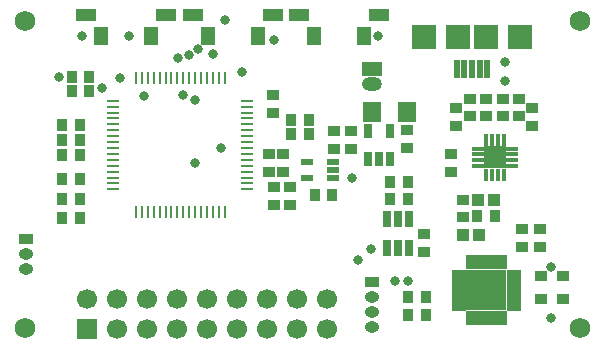
<source format=gts>
G04 Layer_Color=8388736*
%FSLAX42Y42*%
%MOMM*%
G71*
G01*
G75*
%ADD10R,1.00X0.25*%
%ADD11R,0.25X1.00*%
%ADD54R,1.10X0.90*%
%ADD55R,1.00X1.10*%
%ADD56R,1.70X1.10*%
%ADD57R,1.20X1.50*%
%ADD58R,1.88X1.88*%
%ADD59R,1.02X0.46*%
%ADD60R,0.46X1.02*%
%ADD61R,0.90X1.10*%
%ADD62R,0.60X1.55*%
%ADD63R,2.00X2.10*%
%ADD64R,2.10X2.10*%
%ADD65R,1.10X0.60*%
%ADD66R,0.76X1.47*%
%ADD67R,3.45X3.45*%
%ADD68R,0.47X1.21*%
%ADD69R,1.21X0.47*%
%ADD70R,0.80X1.30*%
%ADD71R,1.50X1.70*%
%ADD72O,1.20X0.95*%
%ADD73R,1.20X0.95*%
%ADD74C,1.73*%
%ADD75C,1.70*%
%ADD76R,1.70X1.70*%
%ADD77O,1.70X1.20*%
%ADD78R,1.70X1.20*%
%ADD79C,0.80*%
D10*
X9547Y7225D02*
D03*
Y7275D02*
D03*
Y7325D02*
D03*
Y7375D02*
D03*
Y7425D02*
D03*
Y7475D02*
D03*
Y7525D02*
D03*
Y7575D02*
D03*
Y7625D02*
D03*
Y7675D02*
D03*
Y7725D02*
D03*
Y7775D02*
D03*
Y7825D02*
D03*
Y7875D02*
D03*
Y7925D02*
D03*
Y7975D02*
D03*
X8407D02*
D03*
Y7925D02*
D03*
Y7875D02*
D03*
Y7825D02*
D03*
Y7775D02*
D03*
Y7725D02*
D03*
Y7675D02*
D03*
Y7625D02*
D03*
Y7575D02*
D03*
Y7525D02*
D03*
Y7475D02*
D03*
Y7425D02*
D03*
Y7375D02*
D03*
Y7325D02*
D03*
Y7275D02*
D03*
Y7225D02*
D03*
D11*
X9303Y7030D02*
D03*
X9103D02*
D03*
X9003D02*
D03*
X8903D02*
D03*
X8803D02*
D03*
X8703D02*
D03*
X8603D02*
D03*
X8653D02*
D03*
X8753D02*
D03*
X8853D02*
D03*
X8953D02*
D03*
X9053D02*
D03*
X9153D02*
D03*
X9203D02*
D03*
X9253D02*
D03*
X9353D02*
D03*
Y8170D02*
D03*
X9303D02*
D03*
X9253D02*
D03*
X9203D02*
D03*
X9153D02*
D03*
X9103D02*
D03*
X9053D02*
D03*
X9003D02*
D03*
X8953D02*
D03*
X8903D02*
D03*
X8853D02*
D03*
X8803D02*
D03*
X8753D02*
D03*
X8703D02*
D03*
X8653D02*
D03*
X8603D02*
D03*
D54*
X11710Y7993D02*
D03*
Y7843D02*
D03*
X11843D02*
D03*
Y7993D02*
D03*
X11270Y7370D02*
D03*
Y7520D02*
D03*
X11368Y7138D02*
D03*
Y6988D02*
D03*
X11957Y7765D02*
D03*
Y7915D02*
D03*
X11310Y7762D02*
D03*
Y7912D02*
D03*
X11432Y7843D02*
D03*
Y7993D02*
D03*
X11568Y7843D02*
D03*
Y7993D02*
D03*
X12220Y6295D02*
D03*
X12220Y6490D02*
D03*
X12030Y6295D02*
D03*
X12030Y6490D02*
D03*
X9770Y7245D02*
D03*
Y7095D02*
D03*
X9910Y7245D02*
D03*
X9910Y7095D02*
D03*
X9730Y7375D02*
D03*
Y7525D02*
D03*
X9850Y7375D02*
D03*
Y7525D02*
D03*
X11040Y6845D02*
D03*
Y6695D02*
D03*
X11870Y6885D02*
D03*
X11870Y6735D02*
D03*
X12020Y6885D02*
D03*
Y6735D02*
D03*
X9760Y7875D02*
D03*
Y8025D02*
D03*
X10280Y7715D02*
D03*
Y7565D02*
D03*
X10420Y7715D02*
D03*
Y7565D02*
D03*
X10900Y7725D02*
D03*
Y7575D02*
D03*
D55*
X11638Y7135D02*
D03*
X11497Y7135D02*
D03*
X11368Y6835D02*
D03*
X11507D02*
D03*
D56*
X8180Y8705D02*
D03*
X8855D02*
D03*
X9085D02*
D03*
X9760D02*
D03*
X9985D02*
D03*
X10660D02*
D03*
D57*
X8305Y8520D02*
D03*
X8730Y8520D02*
D03*
X9210Y8520D02*
D03*
X9635Y8520D02*
D03*
X10110Y8520D02*
D03*
X10535Y8520D02*
D03*
D58*
X11643Y7495D02*
D03*
D59*
X11788Y7570D02*
D03*
Y7520D02*
D03*
X11788Y7470D02*
D03*
X11788Y7420D02*
D03*
X11497Y7420D02*
D03*
Y7470D02*
D03*
Y7520D02*
D03*
X11497Y7570D02*
D03*
D60*
X11568Y7640D02*
D03*
X11618Y7640D02*
D03*
X11668Y7640D02*
D03*
X11718D02*
D03*
Y7350D02*
D03*
X11668Y7350D02*
D03*
X11618D02*
D03*
X11568Y7350D02*
D03*
D61*
X8128Y7645D02*
D03*
X7978D02*
D03*
X8128Y7518D02*
D03*
X7978D02*
D03*
X8128Y6978D02*
D03*
X7978Y6978D02*
D03*
X8128Y7773D02*
D03*
X7978D02*
D03*
X8058Y8057D02*
D03*
X8207D02*
D03*
X8057Y8172D02*
D03*
X8207Y8172D02*
D03*
X11643Y6995D02*
D03*
X11493D02*
D03*
X7978Y7145D02*
D03*
X8128Y7145D02*
D03*
X8128Y7315D02*
D03*
X7978D02*
D03*
X10905Y7140D02*
D03*
X10755Y7140D02*
D03*
X10905Y7290D02*
D03*
X10755D02*
D03*
X10905Y6160D02*
D03*
X11055Y6160D02*
D03*
X10905Y6310D02*
D03*
X11055Y6310D02*
D03*
X10265Y7180D02*
D03*
X10115D02*
D03*
X9915Y7690D02*
D03*
X10065D02*
D03*
X9915Y7810D02*
D03*
X10065D02*
D03*
D62*
X11579Y8246D02*
D03*
X11514D02*
D03*
X11449D02*
D03*
X11384D02*
D03*
X11319D02*
D03*
D63*
X11854Y8514D02*
D03*
X11044D02*
D03*
D64*
X11569D02*
D03*
X11329D02*
D03*
D65*
X10050Y7325D02*
D03*
Y7455D02*
D03*
X10270D02*
D03*
Y7390D02*
D03*
Y7325D02*
D03*
D66*
X10914Y6728D02*
D03*
X10820D02*
D03*
X10726D02*
D03*
Y6972D02*
D03*
X10820D02*
D03*
X10914D02*
D03*
D67*
X11570Y6370D02*
D03*
D68*
X11720Y6134D02*
D03*
X11670D02*
D03*
X11620D02*
D03*
X11570D02*
D03*
X11520D02*
D03*
X11470D02*
D03*
X11420D02*
D03*
Y6606D02*
D03*
X11470D02*
D03*
X11520D02*
D03*
X11570D02*
D03*
X11620D02*
D03*
X11670D02*
D03*
X11720D02*
D03*
D69*
X11334Y6220D02*
D03*
Y6270D02*
D03*
Y6320D02*
D03*
Y6370D02*
D03*
Y6420D02*
D03*
Y6470D02*
D03*
Y6520D02*
D03*
X11806D02*
D03*
Y6470D02*
D03*
Y6420D02*
D03*
Y6370D02*
D03*
Y6320D02*
D03*
Y6270D02*
D03*
Y6220D02*
D03*
D70*
X10565Y7720D02*
D03*
X10755D02*
D03*
Y7480D02*
D03*
X10660D02*
D03*
X10565D02*
D03*
D71*
X10600Y7880D02*
D03*
X10900D02*
D03*
D72*
X7670Y6551D02*
D03*
Y6676D02*
D03*
X10600Y6062D02*
D03*
Y6187D02*
D03*
Y6313D02*
D03*
D73*
X7670Y6801D02*
D03*
X10600Y6438D02*
D03*
D74*
X7660Y6050D02*
D03*
Y8650D02*
D03*
X12360D02*
D03*
Y6050D02*
D03*
D75*
X8190Y6299D02*
D03*
X8444Y6045D02*
D03*
Y6299D02*
D03*
X8698Y6045D02*
D03*
Y6299D02*
D03*
X8952Y6045D02*
D03*
Y6299D02*
D03*
X9206Y6045D02*
D03*
Y6299D02*
D03*
X9460Y6045D02*
D03*
Y6299D02*
D03*
X9714Y6045D02*
D03*
Y6299D02*
D03*
X9968Y6045D02*
D03*
X9968Y6299D02*
D03*
X10222Y6045D02*
D03*
Y6299D02*
D03*
D76*
X8190Y6045D02*
D03*
D77*
X10600Y8118D02*
D03*
D78*
Y8242D02*
D03*
D79*
X11730Y8140D02*
D03*
X8540Y8520D02*
D03*
X8675Y8012D02*
D03*
X9253Y8372D02*
D03*
X8962Y8340D02*
D03*
X10480Y6630D02*
D03*
X10590Y6720D02*
D03*
X8150Y8520D02*
D03*
X8312Y8080D02*
D03*
X8468Y8170D02*
D03*
X9325Y7575D02*
D03*
X9003Y8020D02*
D03*
X9100Y7985D02*
D03*
X7950Y8172D02*
D03*
X9130Y8410D02*
D03*
X9050Y8360D02*
D03*
X9500Y8220D02*
D03*
X9355Y8655D02*
D03*
X9770Y8490D02*
D03*
X10650Y8520D02*
D03*
X10430Y7325D02*
D03*
X9100Y7450D02*
D03*
X11730Y8300D02*
D03*
X12120Y6570D02*
D03*
X10905Y6445D02*
D03*
X10800D02*
D03*
X12120Y6134D02*
D03*
M02*

</source>
